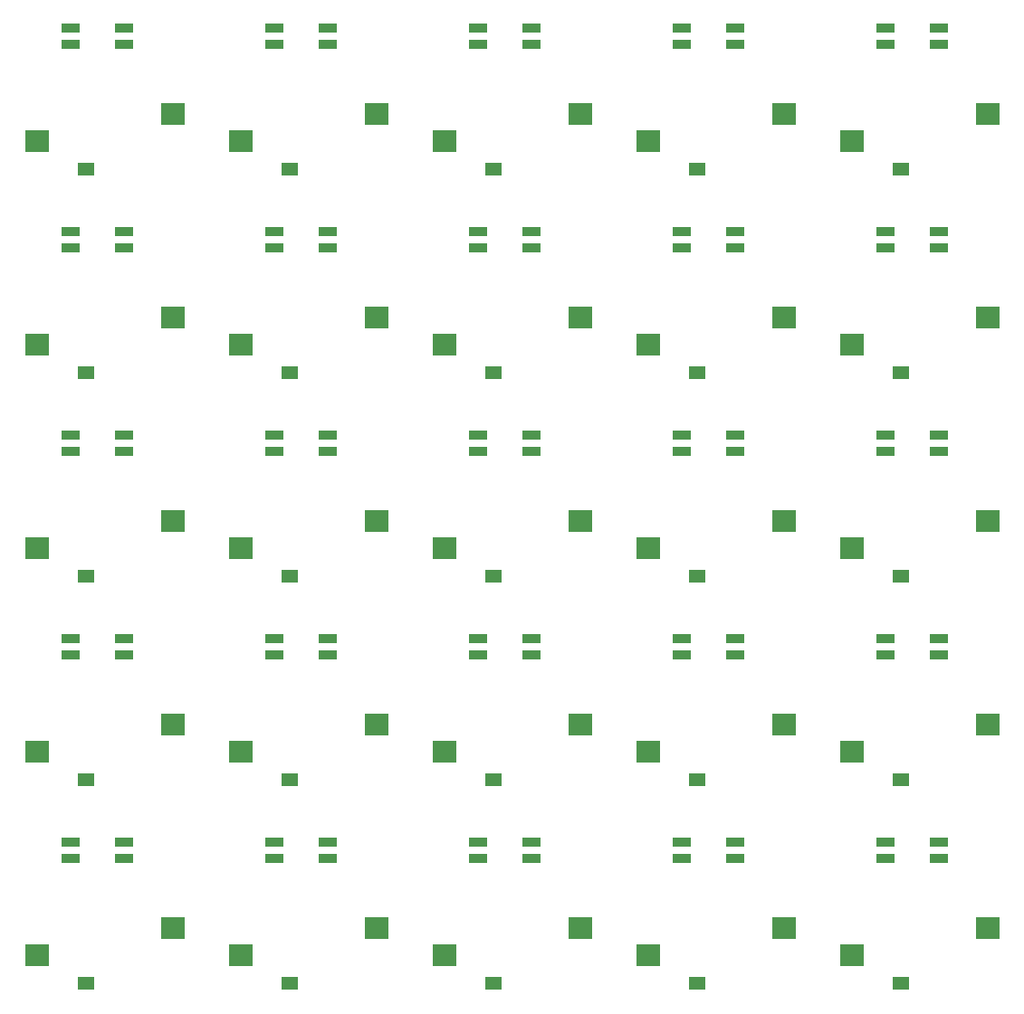
<source format=gbp>
%TF.GenerationSoftware,KiCad,Pcbnew,(6.0.0-0)*%
%TF.CreationDate,2022-01-01T10:49:50+00:00*%
%TF.ProjectId,Sarcodina,53617263-6f64-4696-9e61-2e6b69636164,rev?*%
%TF.SameCoordinates,Original*%
%TF.FileFunction,Paste,Bot*%
%TF.FilePolarity,Positive*%
%FSLAX46Y46*%
G04 Gerber Fmt 4.6, Leading zero omitted, Abs format (unit mm)*
G04 Created by KiCad (PCBNEW (6.0.0-0)) date 2022-01-01 10:49:50*
%MOMM*%
%LPD*%
G01*
G04 APERTURE LIST*
%ADD10R,2.300000X2.000000*%
%ADD11R,1.600000X1.200000*%
%ADD12R,1.800000X0.820000*%
G04 APERTURE END LIST*
D10*
%TO.C,SW22*%
X86502000Y-113832000D03*
X73802000Y-116372000D03*
%TD*%
%TO.C,SW15*%
X143652000Y-75732000D03*
X130952000Y-78272000D03*
%TD*%
D11*
%TO.C,D*%
X135526000Y-118999000D03*
%TD*%
D10*
%TO.C,SW24*%
X124602000Y-113832000D03*
X111902000Y-116372000D03*
%TD*%
D11*
%TO.C,D*%
X97426000Y-118999000D03*
%TD*%
%TO.C,D*%
X59326000Y-118999000D03*
%TD*%
%TO.C,D*%
X78376000Y-42799000D03*
%TD*%
D10*
%TO.C,SW19*%
X124602000Y-94782000D03*
X111902000Y-97322000D03*
%TD*%
%TO.C,SW10*%
X143652000Y-56682000D03*
X130952000Y-59222000D03*
%TD*%
%TO.C,SW25*%
X143652000Y-113832000D03*
X130952000Y-116372000D03*
%TD*%
D11*
%TO.C,D*%
X135526000Y-61849000D03*
%TD*%
D10*
%TO.C,SW12*%
X86502000Y-75732000D03*
X73802000Y-78272000D03*
%TD*%
%TO.C,SW4*%
X124602000Y-37632000D03*
X111902000Y-40172000D03*
%TD*%
D11*
%TO.C,D*%
X116476000Y-80899000D03*
%TD*%
%TO.C,D*%
X59326000Y-42799000D03*
%TD*%
D10*
%TO.C,SW20*%
X143652000Y-94782000D03*
X130952000Y-97322000D03*
%TD*%
%TO.C,SW2*%
X86502000Y-37632000D03*
X73802000Y-40172000D03*
%TD*%
D11*
%TO.C,D*%
X97426000Y-99949000D03*
%TD*%
D10*
%TO.C,SW11*%
X67452000Y-75732000D03*
X54752000Y-78272000D03*
%TD*%
%TO.C,SW9*%
X124602000Y-56682000D03*
X111902000Y-59222000D03*
%TD*%
D11*
%TO.C,D*%
X135526000Y-99949000D03*
%TD*%
%TO.C,D*%
X59326000Y-61849000D03*
%TD*%
%TO.C,D*%
X78376000Y-118999000D03*
%TD*%
%TO.C,D*%
X97426000Y-80899000D03*
%TD*%
%TO.C,D*%
X116476000Y-42799000D03*
%TD*%
%TO.C,D*%
X78376000Y-80899000D03*
%TD*%
%TO.C,D*%
X78376000Y-99949000D03*
%TD*%
D10*
%TO.C,SW1*%
X67452000Y-37632000D03*
X54752000Y-40172000D03*
%TD*%
D11*
%TO.C,D*%
X97426000Y-61849000D03*
%TD*%
%TO.C,D*%
X135526000Y-42799000D03*
%TD*%
D10*
%TO.C,SW18*%
X105552000Y-94782000D03*
X92852000Y-97322000D03*
%TD*%
%TO.C,SW14*%
X124602000Y-75732000D03*
X111902000Y-78272000D03*
%TD*%
%TO.C,SW5*%
X143652000Y-37632000D03*
X130952000Y-40172000D03*
%TD*%
%TO.C,SW21*%
X67452000Y-113832000D03*
X54752000Y-116372000D03*
%TD*%
%TO.C,SW3*%
X105552000Y-37632000D03*
X92852000Y-40172000D03*
%TD*%
%TO.C,SW13*%
X105552000Y-75732000D03*
X92852000Y-78272000D03*
%TD*%
D11*
%TO.C,D*%
X116476000Y-99949000D03*
%TD*%
%TO.C,D*%
X116476000Y-61849000D03*
%TD*%
D10*
%TO.C,SW6*%
X67452000Y-56682000D03*
X54752000Y-59222000D03*
%TD*%
D11*
%TO.C,D*%
X59326000Y-80899000D03*
%TD*%
D10*
%TO.C,SW16*%
X67452000Y-94782000D03*
X54752000Y-97322000D03*
%TD*%
D11*
%TO.C,D*%
X59326000Y-99949000D03*
%TD*%
D10*
%TO.C,SW23*%
X105552000Y-113832000D03*
X92852000Y-116372000D03*
%TD*%
D11*
%TO.C,D*%
X116476000Y-118999000D03*
%TD*%
%TO.C,D*%
X97426000Y-42799000D03*
%TD*%
D10*
%TO.C,SW17*%
X86502000Y-94782000D03*
X73802000Y-97322000D03*
%TD*%
%TO.C,SW7*%
X86502000Y-56682000D03*
X73802000Y-59222000D03*
%TD*%
D11*
%TO.C,D*%
X78376000Y-61849000D03*
%TD*%
%TO.C,D*%
X135526000Y-80899000D03*
%TD*%
D10*
%TO.C,SW8*%
X105552000Y-56682000D03*
X92852000Y-59222000D03*
%TD*%
D12*
%TO.C,L1*%
X77002000Y-29603000D03*
X77002000Y-31103000D03*
X82002000Y-31103000D03*
X82002000Y-29603000D03*
%TD*%
%TO.C,L1*%
X96052000Y-105803000D03*
X96052000Y-107303000D03*
X101052000Y-107303000D03*
X101052000Y-105803000D03*
%TD*%
%TO.C,L1*%
X57952000Y-67703000D03*
X57952000Y-69203000D03*
X62952000Y-69203000D03*
X62952000Y-67703000D03*
%TD*%
%TO.C,L1*%
X115102000Y-48653000D03*
X115102000Y-50153000D03*
X120102000Y-50153000D03*
X120102000Y-48653000D03*
%TD*%
%TO.C,L1*%
X115102000Y-29603000D03*
X115102000Y-31103000D03*
X120102000Y-31103000D03*
X120102000Y-29603000D03*
%TD*%
%TO.C,L1*%
X96052000Y-29603000D03*
X96052000Y-31103000D03*
X101052000Y-31103000D03*
X101052000Y-29603000D03*
%TD*%
%TO.C,L1*%
X57952000Y-105803000D03*
X57952000Y-107303000D03*
X62952000Y-107303000D03*
X62952000Y-105803000D03*
%TD*%
%TO.C,L1*%
X57952000Y-48653000D03*
X57952000Y-50153000D03*
X62952000Y-50153000D03*
X62952000Y-48653000D03*
%TD*%
%TO.C,L1*%
X115102000Y-86753000D03*
X115102000Y-88253000D03*
X120102000Y-88253000D03*
X120102000Y-86753000D03*
%TD*%
%TO.C,L1*%
X134152000Y-67703000D03*
X134152000Y-69203000D03*
X139152000Y-69203000D03*
X139152000Y-67703000D03*
%TD*%
%TO.C,L1*%
X77002000Y-86753000D03*
X77002000Y-88253000D03*
X82002000Y-88253000D03*
X82002000Y-86753000D03*
%TD*%
%TO.C,L1*%
X134152000Y-48653000D03*
X134152000Y-50153000D03*
X139152000Y-50153000D03*
X139152000Y-48653000D03*
%TD*%
%TO.C,L1*%
X77002000Y-105803000D03*
X77002000Y-107303000D03*
X82002000Y-107303000D03*
X82002000Y-105803000D03*
%TD*%
%TO.C,L1*%
X96052000Y-86753000D03*
X96052000Y-88253000D03*
X101052000Y-88253000D03*
X101052000Y-86753000D03*
%TD*%
%TO.C,L1*%
X77002000Y-48653000D03*
X77002000Y-50153000D03*
X82002000Y-50153000D03*
X82002000Y-48653000D03*
%TD*%
%TO.C,L1*%
X57952000Y-86753000D03*
X57952000Y-88253000D03*
X62952000Y-88253000D03*
X62952000Y-86753000D03*
%TD*%
%TO.C,L1*%
X77002000Y-67703000D03*
X77002000Y-69203000D03*
X82002000Y-69203000D03*
X82002000Y-67703000D03*
%TD*%
%TO.C,L1*%
X96052000Y-48653000D03*
X96052000Y-50153000D03*
X101052000Y-50153000D03*
X101052000Y-48653000D03*
%TD*%
%TO.C,L1*%
X134152000Y-86753000D03*
X134152000Y-88253000D03*
X139152000Y-88253000D03*
X139152000Y-86753000D03*
%TD*%
%TO.C,L1*%
X115102000Y-67703000D03*
X115102000Y-69203000D03*
X120102000Y-69203000D03*
X120102000Y-67703000D03*
%TD*%
%TO.C,L1*%
X96052000Y-67703000D03*
X96052000Y-69203000D03*
X101052000Y-69203000D03*
X101052000Y-67703000D03*
%TD*%
%TO.C,L1*%
X134152000Y-105803000D03*
X134152000Y-107303000D03*
X139152000Y-107303000D03*
X139152000Y-105803000D03*
%TD*%
%TO.C,L1*%
X115102000Y-105803000D03*
X115102000Y-107303000D03*
X120102000Y-107303000D03*
X120102000Y-105803000D03*
%TD*%
%TO.C,L1*%
X134152000Y-29603000D03*
X134152000Y-31103000D03*
X139152000Y-31103000D03*
X139152000Y-29603000D03*
%TD*%
%TO.C,L1*%
X57952000Y-29603000D03*
X57952000Y-31103000D03*
X62952000Y-31103000D03*
X62952000Y-29603000D03*
%TD*%
M02*

</source>
